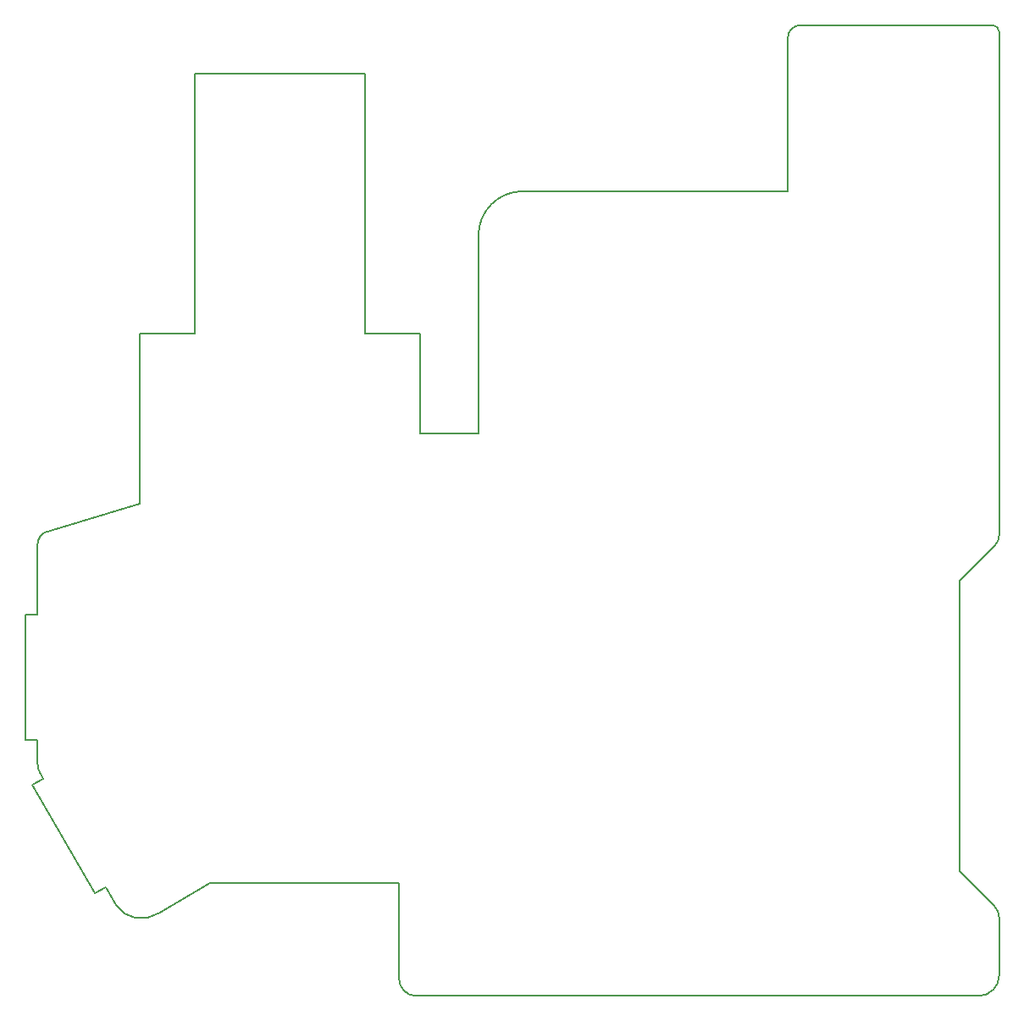
<source format=gbr>
%TF.GenerationSoftware,KiCad,Pcbnew,(5.1.9)-1*%
%TF.CreationDate,2021-02-18T14:59:33+00:00*%
%TF.ProjectId,c-boards_assy_final,632d626f-6172-4647-935f-617373795f66,rev?*%
%TF.SameCoordinates,Original*%
%TF.FileFunction,Profile,NP*%
%FSLAX46Y46*%
G04 Gerber Fmt 4.6, Leading zero omitted, Abs format (unit mm)*
G04 Created by KiCad (PCBNEW (5.1.9)-1) date 2021-02-18 14:59:33*
%MOMM*%
%LPD*%
G01*
G04 APERTURE LIST*
%TA.AperFunction,Profile*%
%ADD10C,0.150000*%
%TD*%
%TA.AperFunction,Profile*%
%ADD11C,0.160000*%
%TD*%
G04 APERTURE END LIST*
D10*
X128805000Y-59790000D02*
X134620000Y-59790000D01*
X126686000Y-104775000D02*
X107823000Y-104775000D01*
X126686000Y-114310000D02*
X126686000Y-104775000D01*
X186690000Y-40005000D02*
X186693000Y-29594000D01*
X186686000Y-67987000D02*
X186690000Y-55245000D01*
D11*
X186686000Y-108243000D02*
X186686000Y-113972000D01*
X90006000Y-94952000D02*
X96260000Y-105775000D01*
X182686000Y-103536000D02*
X182686000Y-74536000D01*
X90554000Y-90421000D02*
X90554000Y-92782000D01*
X89317000Y-77942000D02*
X89317000Y-90421000D01*
X90554000Y-70908000D02*
X90554000Y-77942000D01*
X186686000Y-67987000D02*
X186686000Y-69944000D01*
X186693000Y-29594000D02*
X186693000Y-19642000D01*
X165548000Y-20218000D02*
X165548000Y-35560000D01*
X107823000Y-104775000D02*
X102598000Y-107789000D01*
X96260000Y-105775000D02*
X97366000Y-105135000D01*
X97366000Y-105135000D02*
X98428000Y-106973000D01*
X100805000Y-66827400D02*
X91526000Y-69588000D01*
X89317000Y-90421000D02*
X90554000Y-90421000D01*
X90554000Y-77942000D02*
X89317000Y-77942000D01*
X90836000Y-93835000D02*
X91112000Y-94313000D01*
X91112000Y-94313000D02*
X90006000Y-94952000D01*
X182686000Y-74536000D02*
X186267000Y-70955000D01*
X186186000Y-107036000D02*
X182686000Y-103536000D01*
X128412000Y-116036000D02*
X184622000Y-116036000D01*
X166803000Y-18963000D02*
X186014000Y-18963000D01*
X134620000Y-40005000D02*
X134620000Y-59790000D01*
X186690000Y-55245000D02*
X186690000Y-40005000D01*
X165548000Y-35560000D02*
X139065000Y-35560000D01*
X128805000Y-59790000D02*
X128805000Y-49790000D01*
X100805000Y-49790000D02*
X100805000Y-66827400D01*
X100805000Y-49790000D02*
X106305000Y-49790000D01*
X106305000Y-23790000D02*
X106305000Y-49790000D01*
X123305000Y-23790000D02*
X106305000Y-23790000D01*
X123305000Y-49790000D02*
X128805000Y-49790000D01*
X123305000Y-23790000D02*
X123305000Y-49790000D01*
X186014000Y-18963000D02*
G75*
G02*
X186693000Y-19642000I0J-679000D01*
G01*
X165548000Y-20218000D02*
G75*
G02*
X166803000Y-18963000I1255000J0D01*
G01*
X102598000Y-107789000D02*
G75*
G02*
X98428000Y-106973000I-1677000J2493000D01*
G01*
X90836268Y-93834668D02*
G75*
G02*
X90554000Y-92782000I1821732J1052668D01*
G01*
X90553845Y-70907601D02*
G75*
G02*
X91526000Y-69588000I1359155J16601D01*
G01*
X186685770Y-69944000D02*
G75*
G02*
X186267000Y-70955000I-1429770J0D01*
G01*
X186186031Y-107035969D02*
G75*
G02*
X186686000Y-108243000I-1207031J-1207031D01*
G01*
X186686000Y-113972000D02*
G75*
G02*
X184622000Y-116036000I-2064000J0D01*
G01*
X128412000Y-116036000D02*
G75*
G02*
X126686000Y-114310000I0J1726000D01*
G01*
X134620000Y-40005000D02*
G75*
G02*
X139065000Y-35560000I4445000J0D01*
G01*
M02*

</source>
